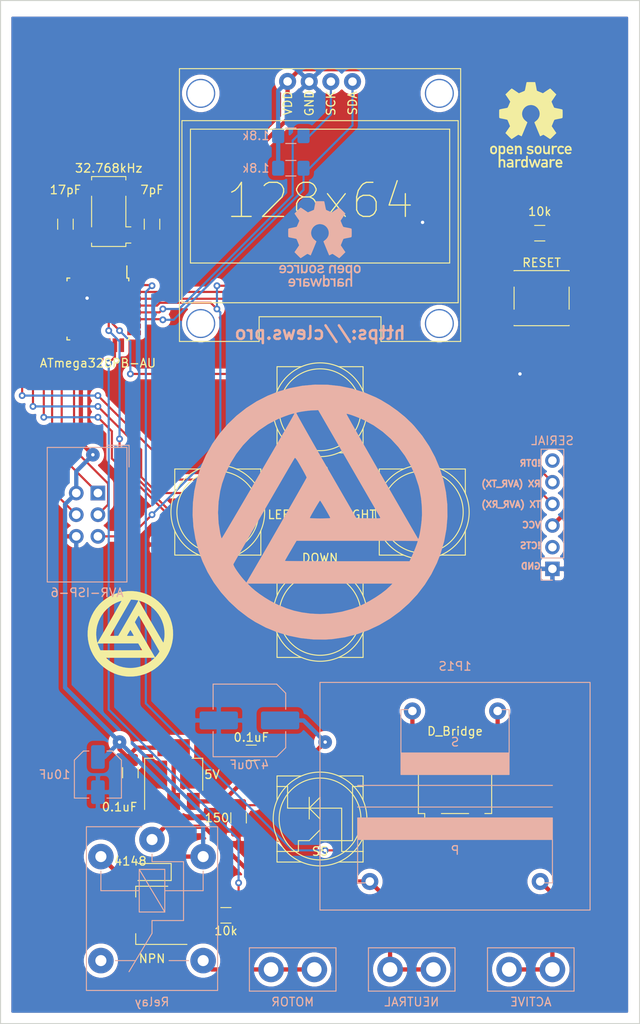
<source format=kicad_pcb>
(kicad_pcb (version 20171130) (host pcbnew 5.1.5+dfsg1-2build2)
  (layers (0 F.Cu signal) (31 B.Cu signal) (34 B.Paste user) (35 F.Paste user) (36 B.SilkS user) (37 F.SilkS user) (38 B.Mask user) (39 F.Mask user) (44 Edge.Cuts user))
  (net 0 "")
  (net 1 "Net-(B1-Pad4)")
  (net 2 "Net-(B1-Pad3)")
  (net 3 GND)
  (net 4 "Net-(B1-Pad1)")
  (net 5 +5V)
  (net 6 "Net-(C5-Pad2)")
  (net 7 "Net-(C6-Pad2)")
  (net 8 "Net-(D1-Pad2)")
  (net 9 !RST)
  (net 10 MOSI)
  (net 11 SCK)
  (net 12 MISO)
  (net 13 "Net-(J2-Pad6)")
  (net 14 AVR_TX)
  (net 15 AVR_RX)
  (net 16 "Net-(J2-Pad2)")
  (net 17 "Net-(K1-Pad11)")
  (net 18 "Net-(K1-Pad12)")
  (net 19 "Net-(K1-Pad14)")
  (net 20 SDA)
  (net 21 SCL)
  (net 22 "Net-(P3-Pad1)")
  (net 23 "Net-(Q1-Pad1)")
  (net 24 "Net-(R4-Pad2)")
  (net 25 RELAY)
  (net 26 "Net-(S1-Pad1)")
  (net 27 "Net-(S2-Pad1)")
  (net 28 "Net-(S3-Pad1)")
  (net 29 "Net-(S4-Pad1)")
  (net 30 "Net-(S5-Pad1)")
  (net 31 "Net-(U1-Pad26)")
  (net 32 "Net-(U1-Pad25)")
  (net 33 "Net-(U1-Pad24)")
  (net 34 "Net-(U1-Pad22)")
  (net 35 "Net-(U1-Pad20)")
  (net 36 "Net-(U1-Pad19)")
  (net 37 "Net-(U1-Pad14)")
  (net 38 "Net-(U1-Pad13)")
  (net 39 "Net-(U1-Pad12)")
  (net 40 "Net-(U1-Pad6)")
  (net 41 "Net-(U1-Pad3)")
  (net 42 "Net-(S5-Pad3)")
  (module grinder_timer:oshw_logo_10mm (layer B.Cu) (at 37.5 -91.44 180)
    (fp_text reference G*** hide)
    (fp_text value LOGO hide)
  )
  (module grinder_timer:oshw_logo_10mm (layer F.Cu) (at 62.23 -105.41)
    (fp_text reference G*** hide)
    (fp_text value LOGO hide)
  )
  (module grinder_timer:clews_logo_10mm (layer F.Cu) (at 15.24 -45.72)
    (fp_text reference G*** hide)
    (fp_text value LOGO hide)
  )
  (module grinder_timer:clews_logo_30mm (layer B.Cu) (at 37.5 -60 180)
    (fp_text reference G*** hide)
    (fp_text value LOGO hide)
  )
  (module Package_QFP:TQFP-32_7x7mm_P0.8mm (layer F.Cu) (at 11.43 -83.82 270)
    (fp_text reference U1 hide)
    (fp_text value ATmega328PB-AU (at 6.35 0 180) (layer F.SilkS))
    (pad 32 smd rect (at -2.8 -4.25) (size 1.6 0.55) (layers F.Cu F.Paste F.Mask) (net 42 "Net-(S5-Pad3)"))
    (pad 31 smd rect (at -2 -4.25) (size 1.6 0.55) (layers F.Cu F.Paste F.Mask) (net 14 AVR_TX))
    (pad 30 smd rect (at -1.2 -4.25) (size 1.6 0.55) (layers F.Cu F.Paste F.Mask) (net 15 AVR_RX))
    (pad 29 smd rect (at -0.4 -4.25) (size 1.6 0.55) (layers F.Cu F.Paste F.Mask) (net 9 !RST))
    (pad 28 smd rect (at 0.4 -4.25) (size 1.6 0.55) (layers F.Cu F.Paste F.Mask) (net 21 SCL))
    (pad 27 smd rect (at 1.2 -4.25) (size 1.6 0.55) (layers F.Cu F.Paste F.Mask) (net 20 SDA))
    (pad 26 smd rect (at 2 -4.25) (size 1.6 0.55) (layers F.Cu F.Paste F.Mask) (net 31 "Net-(U1-Pad26)"))
    (pad 25 smd rect (at 2.8 -4.25) (size 1.6 0.55) (layers F.Cu F.Paste F.Mask) (net 32 "Net-(U1-Pad25)"))
    (pad 24 smd rect (at 4.25 -2.8 270) (size 1.6 0.55) (layers F.Cu F.Paste F.Mask) (net 33 "Net-(U1-Pad24)"))
    (pad 23 smd rect (at 4.25 -2 270) (size 1.6 0.55) (layers F.Cu F.Paste F.Mask) (net 25 RELAY))
    (pad 22 smd rect (at 4.25 -1.2 270) (size 1.6 0.55) (layers F.Cu F.Paste F.Mask) (net 34 "Net-(U1-Pad22)"))
    (pad 21 smd rect (at 4.25 -0.4 270) (size 1.6 0.55) (layers F.Cu F.Paste F.Mask) (net 3 GND))
    (pad 20 smd rect (at 4.25 0.4 270) (size 1.6 0.55) (layers F.Cu F.Paste F.Mask) (net 35 "Net-(U1-Pad20)"))
    (pad 19 smd rect (at 4.25 1.2 270) (size 1.6 0.55) (layers F.Cu F.Paste F.Mask) (net 36 "Net-(U1-Pad19)"))
    (pad 18 smd rect (at 4.25 2 270) (size 1.6 0.55) (layers F.Cu F.Paste F.Mask) (net 5 +5V))
    (pad 17 smd rect (at 4.25 2.8 270) (size 1.6 0.55) (layers F.Cu F.Paste F.Mask) (net 11 SCK))
    (pad 16 smd rect (at 2.8 4.25) (size 1.6 0.55) (layers F.Cu F.Paste F.Mask) (net 12 MISO))
    (pad 15 smd rect (at 2 4.25) (size 1.6 0.55) (layers F.Cu F.Paste F.Mask) (net 10 MOSI))
    (pad 14 smd rect (at 1.2 4.25) (size 1.6 0.55) (layers F.Cu F.Paste F.Mask) (net 37 "Net-(U1-Pad14)"))
    (pad 13 smd rect (at 0.4 4.25) (size 1.6 0.55) (layers F.Cu F.Paste F.Mask) (net 38 "Net-(U1-Pad13)"))
    (pad 12 smd rect (at -0.4 4.25) (size 1.6 0.55) (layers F.Cu F.Paste F.Mask) (net 39 "Net-(U1-Pad12)"))
    (pad 11 smd rect (at -1.2 4.25) (size 1.6 0.55) (layers F.Cu F.Paste F.Mask) (net 30 "Net-(S5-Pad1)"))
    (pad 10 smd rect (at -2 4.25) (size 1.6 0.55) (layers F.Cu F.Paste F.Mask) (net 29 "Net-(S4-Pad1)"))
    (pad 9 smd rect (at -2.8 4.25) (size 1.6 0.55) (layers F.Cu F.Paste F.Mask) (net 28 "Net-(S3-Pad1)"))
    (pad 8 smd rect (at -4.25 2.8 270) (size 1.6 0.55) (layers F.Cu F.Paste F.Mask) (net 7 "Net-(C6-Pad2)"))
    (pad 7 smd rect (at -4.25 2 270) (size 1.6 0.55) (layers F.Cu F.Paste F.Mask) (net 6 "Net-(C5-Pad2)"))
    (pad 6 smd rect (at -4.25 1.2 270) (size 1.6 0.55) (layers F.Cu F.Paste F.Mask) (net 40 "Net-(U1-Pad6)"))
    (pad 5 smd rect (at -4.25 0.4 270) (size 1.6 0.55) (layers F.Cu F.Paste F.Mask) (net 3 GND))
    (pad 4 smd rect (at -4.25 -0.4 270) (size 1.6 0.55) (layers F.Cu F.Paste F.Mask) (net 5 +5V))
    (pad 3 smd rect (at -4.25 -1.2 270) (size 1.6 0.55) (layers F.Cu F.Paste F.Mask) (net 41 "Net-(U1-Pad3)"))
    (pad 2 smd rect (at -4.25 -2 270) (size 1.6 0.55) (layers F.Cu F.Paste F.Mask) (net 27 "Net-(S2-Pad1)"))
    (pad 1 smd rect (at -4.25 -2.8 270) (size 1.6 0.55) (layers F.Cu F.Paste F.Mask) (net 26 "Net-(S1-Pad1)"))
  )
  (module Connector_PinHeader_2.54mm:PinHeader_1x06_P2.54mm_Vertical (layer B.Cu) (at 64.77 -53.34)
    (fp_text reference J2 hide)
    (fp_text value SERIAL (at 0 -15.03) (layer B.SilkS) (effects (justify mirror)))
    (pad 6 thru_hole oval (at 0 -12.7) (size 1.7 1.7) (drill 1) (layers *.Cu *.Mask) (net 13 "Net-(J2-Pad6)"))
    (pad 5 thru_hole oval (at 0 -10.16) (size 1.7 1.7) (drill 1) (layers *.Cu *.Mask) (net 14 AVR_TX))
    (pad 4 thru_hole oval (at 0 -7.62) (size 1.7 1.7) (drill 1) (layers *.Cu *.Mask) (net 15 AVR_RX))
    (pad 3 thru_hole oval (at 0 -5.08) (size 1.7 1.7) (drill 1) (layers *.Cu *.Mask) (net 5 +5V))
    (pad 2 thru_hole oval (at 0 -2.54) (size 1.7 1.7) (drill 1) (layers *.Cu *.Mask) (net 16 "Net-(J2-Pad2)"))
    (pad 1 thru_hole rect (at 0 0) (size 1.7 1.7) (drill 1) (layers *.Cu *.Mask) (net 3 GND))
  )
  (module grinder_timer:transformer_big (layer B.Cu) (at 53.34 -26.67)
    (fp_text reference T1 hide)
    (fp_text value 1P1S (at 0 -15.24) (layer B.SilkS) (effects (justify mirror)))
    (fp_text user S (at 0 -6.35) (layer B.SilkS) (effects (justify mirror)))
    (fp_text user P (at 0 6.35) (layer B.SilkS) (effects (justify mirror)))
    (pad 4 thru_hole circle (at 5 -10) (size 2 2) (drill 1) (layers *.Cu *.Mask) (net 2 "Net-(B1-Pad3)"))
    (pad 3 thru_hole circle (at -5 -10) (size 2 2) (drill 1) (layers *.Cu *.Mask) (net 1 "Net-(B1-Pad4)"))
    (pad 2 thru_hole circle (at 10 10) (size 2 2) (drill 1) (layers *.Cu *.Mask) (net 22 "Net-(P3-Pad1)"))
    (pad 1 thru_hole circle (at -10 10) (size 2 2) (drill 1) (layers *.Cu *.Mask) (net 17 "Net-(K1-Pad11)"))
  )
  (module Relay_THT:Relay_SPDT_Finder_36.11 (layer B.Cu) (at 17.78 -21.59 270)
    (fp_text reference K1 hide)
    (fp_text value Relay (at 19.05 0) (layer B.SilkS) (effects (justify mirror)))
    (pad 11 thru_hole circle (at 0 0 270) (size 3 3) (drill 1.3) (layers *.Cu *.Mask) (net 17 "Net-(K1-Pad11)"))
    (pad A2 thru_hole circle (at 2 6 270) (size 3 3) (drill 1.3) (layers *.Cu *.Mask) (net 8 "Net-(D1-Pad2)"))
    (pad 12 thru_hole circle (at 14.2 6 270) (size 3 3) (drill 1.3) (layers *.Cu *.Mask) (net 18 "Net-(K1-Pad12)"))
    (pad 14 thru_hole circle (at 14.2 -6 270) (size 3 3) (drill 1.3) (layers *.Cu *.Mask) (net 19 "Net-(K1-Pad14)"))
    (pad A1 thru_hole circle (at 2 -6 270) (size 3 3) (drill 1.3) (layers *.Cu *.Mask) (net 5 +5V))
  )
  (module Diode_SMD:Diode_Bridge_Vishay_DFS (layer F.Cu) (at 53.34 -27.94 90)
    (fp_text reference B1 hide)
    (fp_text value D_Bridge (at 6.35 0 180) (layer F.SilkS))
    (pad 4 smd rect (at 4.37 -2.55 90) (size 2 1.5) (layers F.Cu F.Paste F.Mask) (net 1 "Net-(B1-Pad4)"))
    (pad 3 smd rect (at 4.37 2.55 90) (size 2 1.5) (layers F.Cu F.Paste F.Mask) (net 2 "Net-(B1-Pad3)"))
    (pad 2 smd rect (at -4.37 2.55 90) (size 2 1.5) (layers F.Cu F.Paste F.Mask) (net 3 GND))
    (pad 1 smd rect (at -4.37 -2.55 90) (size 2 1.5) (layers F.Cu F.Paste F.Mask) (net 4 "Net-(B1-Pad1)"))
  )
  (module Crystal:Crystal_SMD_Abracon_ABS25-4Pin_8.0x3.8mm (layer F.Cu) (at 12.7 -95.25 180)
    (fp_text reference Y1 hide)
    (fp_text value 32.768kHz (at 0 5.08) (layer F.SilkS))
    (pad 4 smd rect (at 1.6 -2.75 90) (size 1.3 1.9) (layers F.Cu F.Paste F.Mask) (net 7 "Net-(C6-Pad2)"))
    (pad 3 smd rect (at 1.6 2.75 90) (size 1.3 1.9) (layers F.Cu F.Paste F.Mask) (net 3 GND))
    (pad 2 smd rect (at -1.6 2.75 90) (size 1.3 1.9) (layers F.Cu F.Paste F.Mask) (net 3 GND))
    (pad 1 smd rect (at -1.6 -2.75 90) (size 1.3 1.9) (layers F.Cu F.Paste F.Mask) (net 6 "Net-(C5-Pad2)"))
  )
  (module Package_TO_SOT_SMD:SOT-223-3_TabPin2 (layer F.Cu) (at 20.32 -29.21 90)
    (fp_text reference U2 hide)
    (fp_text value 5V (at 0 4.5 180) (layer F.SilkS))
    (pad 1 smd rect (at -3.15 -2.3 90) (size 2 1.5) (layers F.Cu F.Paste F.Mask) (net 3 GND))
    (pad 3 smd rect (at -3.15 2.3 90) (size 2 1.5) (layers F.Cu F.Paste F.Mask) (net 4 "Net-(B1-Pad1)"))
    (pad 2 smd rect (at -3.15 0 90) (size 2 1.5) (layers F.Cu F.Paste F.Mask) (net 5 +5V))
    (pad 2 smd rect (at 3.15 0 90) (size 2 3.8) (layers F.Cu F.Paste F.Mask) (net 5 +5V))
  )
  (module grinder_timer:tact (layer F.Cu) (at 49.5 -60)
    (fp_text reference S4 hide)
    (fp_text value RIGHT (at -7.59 0.31) (layer F.SilkS))
    (pad 1 smd rect (at 6.25 -3.81) (size 2.5 1.2) (layers F.Cu F.Paste F.Mask) (net 29 "Net-(S4-Pad1)"))
    (pad 1 smd rect (at -6.25 -3.81) (size 2.5 1.2) (layers F.Cu F.Paste F.Mask) (net 29 "Net-(S4-Pad1)"))
    (pad 2 smd rect (at 6.25 3.81) (size 2.5 1.2) (layers F.Cu F.Paste F.Mask) (net 3 GND))
    (pad 2 smd rect (at -6.25 3.81) (size 2.5 1.2) (layers F.Cu F.Paste F.Mask) (net 3 GND))
  )
  (module grinder_timer:tact (layer F.Cu) (at 25.5 -60)
    (fp_text reference S3 hide)
    (fp_text value LEFT (at 7.52 0.31) (layer F.SilkS))
    (pad 2 smd rect (at -6.25 3.81) (size 2.5 1.2) (layers F.Cu F.Paste F.Mask) (net 3 GND))
    (pad 2 smd rect (at 6.25 3.81) (size 2.5 1.2) (layers F.Cu F.Paste F.Mask) (net 3 GND))
    (pad 1 smd rect (at -6.25 -3.81) (size 2.5 1.2) (layers F.Cu F.Paste F.Mask) (net 28 "Net-(S3-Pad1)"))
    (pad 1 smd rect (at 6.25 -3.81) (size 2.5 1.2) (layers F.Cu F.Paste F.Mask) (net 28 "Net-(S3-Pad1)"))
  )
  (module grinder_timer:tact (layer F.Cu) (at 37.5 -48)
    (fp_text reference S2 hide)
    (fp_text value DOWN (at 0 -6.61) (layer F.SilkS))
    (pad 1 smd rect (at 6.25 -3.81) (size 2.5 1.2) (layers F.Cu F.Paste F.Mask) (net 27 "Net-(S2-Pad1)"))
    (pad 1 smd rect (at -6.25 -3.81) (size 2.5 1.2) (layers F.Cu F.Paste F.Mask) (net 27 "Net-(S2-Pad1)"))
    (pad 2 smd rect (at 6.25 3.81) (size 2.5 1.2) (layers F.Cu F.Paste F.Mask) (net 3 GND))
    (pad 2 smd rect (at -6.25 3.81) (size 2.5 1.2) (layers F.Cu F.Paste F.Mask) (net 3 GND))
  )
  (module grinder_timer:tact (layer F.Cu) (at 37.5 -72)
    (fp_text reference S1 hide)
    (fp_text value UP (at 0 7.23) (layer F.SilkS))
    (pad 1 smd rect (at 6.25 -3.81) (size 2.5 1.2) (layers F.Cu F.Paste F.Mask) (net 26 "Net-(S1-Pad1)"))
    (pad 1 smd rect (at -6.25 -3.81) (size 2.5 1.2) (layers F.Cu F.Paste F.Mask) (net 26 "Net-(S1-Pad1)"))
    (pad 2 smd rect (at 6.25 3.81) (size 2.5 1.2) (layers F.Cu F.Paste F.Mask) (net 3 GND))
    (pad 2 smd rect (at -6.25 3.81) (size 2.5 1.2) (layers F.Cu F.Paste F.Mask) (net 3 GND))
  )
  (module Button_Switch_SMD:SW_Push_1P1T_NO_6x6mm_H9.5mm (layer F.Cu) (at 63.5 -85.09 180)
    (fp_text reference S0 hide)
    (fp_text value RESET (at 0 4.15) (layer F.SilkS))
    (pad 2 smd rect (at 3.975 2.25 180) (size 1.55 1.3) (layers F.Cu F.Paste F.Mask) (net 9 !RST))
    (pad 1 smd rect (at 3.975 -2.25 180) (size 1.55 1.3) (layers F.Cu F.Paste F.Mask) (net 3 GND))
    (pad 1 smd rect (at -3.975 -2.25 180) (size 1.55 1.3) (layers F.Cu F.Paste F.Mask) (net 3 GND))
    (pad 2 smd rect (at -3.975 2.25 180) (size 1.55 1.3) (layers F.Cu F.Paste F.Mask) (net 9 !RST))
  )
  (module Resistor_SMD:R_1206_3216Metric_Pad1.42x1.75mm_HandSolder (layer F.Cu) (at 26.4525 -12.7)
    (fp_text reference R5 hide)
    (fp_text value 10k (at 0 1.82) (layer F.SilkS))
    (pad 2 smd roundrect (at 1.4875 0) (size 1.425 1.75) (layers F.Cu F.Paste F.Mask) (roundrect_rratio 0.175439) (net 25 RELAY))
    (pad 1 smd roundrect (at -1.4875 0) (size 1.425 1.75) (layers F.Cu F.Paste F.Mask) (roundrect_rratio 0.175439) (net 23 "Net-(Q1-Pad1)"))
  )
  (module Resistor_SMD:R_1206_3216Metric_Pad1.42x1.75mm_HandSolder (layer F.Cu) (at 27.94 -24.13 90)
    (fp_text reference R4 hide)
    (fp_text value 150 (at 0 -2.54 180) (layer F.SilkS))
    (pad 1 smd roundrect (at -1.4875 0 90) (size 1.425 1.75) (layers F.Cu F.Paste F.Mask) (roundrect_rratio 0.175439) (net 3 GND))
    (pad 2 smd roundrect (at 1.4875 0 90) (size 1.425 1.75) (layers F.Cu F.Paste F.Mask) (roundrect_rratio 0.175439) (net 24 "Net-(R4-Pad2)"))
  )
  (module Resistor_SMD:R_1206_3216Metric_Pad1.42x1.75mm_HandSolder (layer F.Cu) (at 63.2825 -92.71)
    (fp_text reference R3 hide)
    (fp_text value 10k (at 0 -2.54) (layer F.SilkS))
    (pad 2 smd roundrect (at 1.4875 0) (size 1.425 1.75) (layers F.Cu F.Paste F.Mask) (roundrect_rratio 0.175439) (net 9 !RST))
    (pad 1 smd roundrect (at -1.4875 0) (size 1.425 1.75) (layers F.Cu F.Paste F.Mask) (roundrect_rratio 0.175439) (net 5 +5V))
  )
  (module Resistor_SMD:R_1206_3216Metric_Pad1.42x1.75mm_HandSolder (layer B.Cu) (at 34.0725 -104.14)
    (fp_text reference R2 hide)
    (fp_text value 1.8k (at -4.1005 0) (layer B.SilkS) (effects (justify mirror)))
    (pad 2 smd roundrect (at 1.4875 0) (size 1.425 1.75) (layers B.Cu B.Paste B.Mask) (roundrect_rratio 0.175439) (net 21 SCL))
    (pad 1 smd roundrect (at -1.4875 0) (size 1.425 1.75) (layers B.Cu B.Paste B.Mask) (roundrect_rratio 0.175439) (net 5 +5V))
  )
  (module Resistor_SMD:R_1206_3216Metric_Pad1.42x1.75mm_HandSolder (layer B.Cu) (at 34.0725 -100.33)
    (fp_text reference R1 hide)
    (fp_text value 1.8k (at -4.1005 0) (layer B.SilkS) (effects (justify mirror)))
    (pad 2 smd roundrect (at 1.4875 0) (size 1.425 1.75) (layers B.Cu B.Paste B.Mask) (roundrect_rratio 0.175439) (net 20 SDA))
    (pad 1 smd roundrect (at -1.4875 0) (size 1.425 1.75) (layers B.Cu B.Paste B.Mask) (roundrect_rratio 0.175439) (net 5 +5V))
  )
  (module Package_TO_SOT_SMD:SOT-223-3_TabPin2 (layer F.Cu) (at 17.78 -12.7 180)
    (fp_text reference Q1 hide)
    (fp_text value NPN (at 0 -5.08) (layer F.SilkS))
    (pad 1 smd rect (at -3.15 -2.3 180) (size 2 1.5) (layers F.Cu F.Paste F.Mask) (net 23 "Net-(Q1-Pad1)"))
    (pad 3 smd rect (at -3.15 2.3 180) (size 2 1.5) (layers F.Cu F.Paste F.Mask) (net 3 GND))
    (pad 2 smd rect (at -3.15 0 180) (size 2 1.5) (layers F.Cu F.Paste F.Mask) (net 8 "Net-(D1-Pad2)"))
    (pad 2 smd rect (at 3.15 0 180) (size 2 3.8) (layers F.Cu F.Paste F.Mask) (net 8 "Net-(D1-Pad2)"))
  )
  (module grinder_timer:pcb_tab (layer B.Cu) (at 62.23 -6.35)
    (fp_text reference P3 hide)
    (fp_text value ACTIVE (at 0 3.81) (layer B.SilkS) (effects (justify mirror)))
    (pad 1 thru_hole circle (at 2.54 0) (size 3 3) (drill 1.7) (layers *.Cu *.Mask) (net 22 "Net-(P3-Pad1)"))
    (pad 1 thru_hole circle (at -2.54 0) (size 3 3) (drill 1.7) (layers *.Cu *.Mask) (net 22 "Net-(P3-Pad1)"))
  )
  (module grinder_timer:pcb_tab (layer B.Cu) (at 48.26 -6.35)
    (fp_text reference P2 hide)
    (fp_text value NEUTRAL (at 0 3.81) (layer B.SilkS) (effects (justify mirror)))
    (pad 1 thru_hole circle (at 2.54 0) (size 3 3) (drill 1.7) (layers *.Cu *.Mask) (net 17 "Net-(K1-Pad11)"))
    (pad 1 thru_hole circle (at -2.54 0) (size 3 3) (drill 1.7) (layers *.Cu *.Mask) (net 17 "Net-(K1-Pad11)"))
  )
  (module grinder_timer:pcb_tab (layer B.Cu) (at 34.29 -6.35)
    (fp_text reference P1 hide)
    (fp_text value MOTOR (at 0 3.81) (layer B.SilkS) (effects (justify mirror)))
    (pad 1 thru_hole circle (at -2.54 0) (size 3 3) (drill 1.7) (layers *.Cu *.Mask) (net 19 "Net-(K1-Pad14)"))
    (pad 1 thru_hole circle (at 2.54 0) (size 3 3) (drill 1.7) (layers *.Cu *.Mask) (net 19 "Net-(K1-Pad14)"))
  )
  (module grinder_timer:oled (layer F.Cu) (at 21 -80.01)
    (fp_text reference O1 hide)
    (fp_text value OLED)
    (fp_text user 128x64 (at 16.51 -16.51) (layer F.SilkS) (effects (font (size 4 4))))
    (fp_text user SDA (at 20.32 -27.94 90) (layer F.SilkS))
    (fp_text user SCK (at 17.78 -27.94 90) (layer F.SilkS))
    (fp_text user GND (at 15.24 -27.94 90) (layer F.SilkS))
    (fp_text user VDD (at 12.7 -27.94 90) (layer F.SilkS))
    (pad 4 thru_hole circle (at 20.31 -30.48) (size 2 2) (drill 1) (layers *.Cu *.Mask) (net 20 SDA))
    (pad 3 thru_hole circle (at 17.77 -30.48) (size 2 2) (drill 1) (layers *.Cu *.Mask) (net 21 SCL))
    (pad 2 thru_hole circle (at 15.23 -30.48) (size 2 2) (drill 1) (layers *.Cu *.Mask) (net 3 GND))
    (pad 1 thru_hole circle (at 12.69 -30.5) (size 2 2) (drill 1) (layers *.Cu *.Mask) (net 5 +5V))
    (pad "" thru_hole circle (at 2.5 -29.1) (size 3.4 3.4) (drill 3.1) (layers *.Cu *.Mask))
    (pad "" thru_hole circle (at 30.5 -29.1) (size 3.4 3.4) (drill 3.1) (layers *.Cu *.Mask))
    (pad "" thru_hole circle (at 30.5 -2.1) (size 3.4 3.4) (drill 3.1) (layers *.Cu *.Mask))
    (pad "" thru_hole circle (at 2.5 -2.1) (size 3.4 3.4) (drill 3.1) (layers *.Cu *.Mask))
  )
  (module Connector_IDC:IDC-Header_2x03_P2.54mm_Vertical (layer B.Cu) (at 11.43 -62.23 180)
    (fp_text reference J1 hide)
    (fp_text value AVR-ISP-6 (at 1.27 -11.684) (layer B.SilkS) (effects (justify mirror)))
    (pad 6 thru_hole oval (at 2.54 -5.08 180) (size 1.7272 1.7272) (drill 1.016) (layers *.Cu *.Mask) (net 3 GND))
    (pad 5 thru_hole oval (at 0 -5.08 180) (size 1.7272 1.7272) (drill 1.016) (layers *.Cu *.Mask) (net 9 !RST))
    (pad 4 thru_hole oval (at 2.54 -2.54 180) (size 1.7272 1.7272) (drill 1.016) (layers *.Cu *.Mask) (net 10 MOSI))
    (pad 3 thru_hole oval (at 0 -2.54 180) (size 1.7272 1.7272) (drill 1.016) (layers *.Cu *.Mask) (net 11 SCK))
    (pad 2 thru_hole oval (at 2.54 0 180) (size 1.7272 1.7272) (drill 1.016) (layers *.Cu *.Mask) (net 5 +5V))
    (pad 1 thru_hole rect (at 0 0 180) (size 1.7272 1.7272) (drill 1.016) (layers *.Cu *.Mask) (net 12 MISO))
  )
  (module Diode_SMD:D_SOD-123 (layer F.Cu) (at 17.78 -17.78 180)
    (fp_text reference D1 hide)
    (fp_text value 4148 (at 2.54 1.27) (layer F.SilkS))
    (pad 2 smd rect (at 1.65 0 180) (size 0.9 1.2) (layers F.Cu F.Paste F.Mask) (net 8 "Net-(D1-Pad2)"))
    (pad 1 smd rect (at -1.65 0 180) (size 0.9 1.2) (layers F.Cu F.Paste F.Mask) (net 5 +5V))
  )
  (module Capacitor_SMD:C_1206_3216Metric_Pad1.42x1.75mm_HandSolder (layer F.Cu) (at 7.62 -93.7625 270)
    (fp_text reference C6 hide)
    (fp_text value 17pF (at -4.0275 0 180) (layer F.SilkS))
    (pad 2 smd roundrect (at 1.4875 0 270) (size 1.425 1.75) (layers F.Cu F.Paste F.Mask) (roundrect_rratio 0.175439) (net 7 "Net-(C6-Pad2)"))
    (pad 1 smd roundrect (at -1.4875 0 270) (size 1.425 1.75) (layers F.Cu F.Paste F.Mask) (roundrect_rratio 0.175439) (net 3 GND))
  )
  (module Capacitor_SMD:C_1206_3216Metric_Pad1.42x1.75mm_HandSolder (layer F.Cu) (at 17.78 -93.7625 270)
    (fp_text reference C5 hide)
    (fp_text value 7pF (at -4.0275 0 180) (layer F.SilkS))
    (pad 2 smd roundrect (at 1.4875 0 270) (size 1.425 1.75) (layers F.Cu F.Paste F.Mask) (roundrect_rratio 0.175439) (net 6 "Net-(C5-Pad2)"))
    (pad 1 smd roundrect (at -1.4875 0 270) (size 1.425 1.75) (layers F.Cu F.Paste F.Mask) (roundrect_rratio 0.175439) (net 3 GND))
  )
  (module Capacitor_SMD:C_Elec_5x5.4 (layer B.Cu) (at 11.43 -29.21 270)
    (fp_text reference C4 hide)
    (fp_text value 10uF (at 0 5.08 180) (layer B.SilkS) (effects (justify mirror)))
    (pad 2 smd roundrect (at 2.0625 0 270) (size 2.775 1.6) (layers B.Cu B.Paste B.Mask) (roundrect_rratio 0.15625) (net 3 GND))
    (pad 1 smd roundrect (at -2.0625 0 270) (size 2.775 1.6) (layers B.Cu B.Paste B.Mask) (roundrect_rratio 0.15625) (net 5 +5V))
  )
  (module Capacitor_SMD:C_1206_3216Metric_Pad1.42x1.75mm_HandSolder (layer F.Cu) (at 15.24 -29.4275 270)
    (fp_text reference C3 hide)
    (fp_text value 0.1uF (at 4.0275 1.27 180) (layer F.SilkS))
    (pad 2 smd roundrect (at 1.4875 0 270) (size 1.425 1.75) (layers F.Cu F.Paste F.Mask) (roundrect_rratio 0.175439) (net 3 GND))
    (pad 1 smd roundrect (at -1.4875 0 270) (size 1.425 1.75) (layers F.Cu F.Paste F.Mask) (roundrect_rratio 0.175439) (net 5 +5V))
  )
  (module Capacitor_SMD:C_1206_3216Metric_Pad1.42x1.75mm_HandSolder (layer F.Cu) (at 29.4275 -31.75 180)
    (fp_text reference C2 hide)
    (fp_text value 0.1uF (at 0 1.82) (layer F.SilkS))
    (pad 1 smd roundrect (at -1.4875 0 180) (size 1.425 1.75) (layers F.Cu F.Paste F.Mask) (roundrect_rratio 0.175439) (net 4 "Net-(B1-Pad1)"))
    (pad 2 smd roundrect (at 1.4875 0 180) (size 1.425 1.75) (layers F.Cu F.Paste F.Mask) (roundrect_rratio 0.175439) (net 3 GND))
  )
  (module Capacitor_SMD:C_Elec_8x10.2 (layer B.Cu) (at 29.21 -35.56 180)
    (fp_text reference C1 hide)
    (fp_text value 470uF (at 0 -5.2) (layer B.SilkS) (effects (justify mirror)))
    (pad 2 smd roundrect (at 3.6 0 180) (size 4.5 2.1) (layers B.Cu B.Paste B.Mask) (roundrect_rratio 0.119048) (net 3 GND))
    (pad 1 smd roundrect (at -3.6 0 180) (size 4.5 2.1) (layers B.Cu B.Paste B.Mask) (roundrect_rratio 0.119048) (net 4 "Net-(B1-Pad1)"))
  )
  (module grinder_timer:tact_led (layer F.Cu) (at 37.5 -24)
    (fp_text reference S5 (at 0 3.81) (layer F.SilkS))
    (fp_text value GRIND)
    (pad 4 smd rect (at -6.25 3.81) (size 2.5 1.2) (layers F.Cu F.Paste F.Mask) (net 3 GND))
    (pad 3 smd rect (at 6.25 3.81) (size 2.5 1.2) (layers F.Cu F.Paste F.Mask) (net 42 "Net-(S5-Pad3)"))
    (pad 2 smd rect (at -6.25 -3.81) (size 2.5 1.2) (layers F.Cu F.Paste F.Mask) (net 24 "Net-(R4-Pad2)"))
    (pad 1 smd rect (at 6.25 -3.81) (size 2.5 1.2) (layers F.Cu F.Paste F.Mask) (net 30 "Net-(S5-Pad1)"))
  )
  (gr_text https://clews.pro (at 37.5 -81) (layer B.SilkS) (effects (font (size 1.5 1.5) (thickness 0.3)) (justify mirror)))
  (gr_text "!DTR\n\nRX (AVR_TX)\n\nTX (AVR_RX)\n\nVCC\n\n!CTS\n\nGND" (at 63.5 -59.69) (layer B.SilkS) (effects (font (size 0.75 0.75) (thickness 0.1875)) (justify left mirror)))
  (gr_line (start 0 -120) (end 0 0) (layer Edge.Cuts) (width 0.12))
  (gr_line (start 75 -120) (end 0 -120) (layer Edge.Cuts) (width 0.12))
  (gr_line (start 75 0) (end 75 -120) (layer Edge.Cuts) (width 0.12))
  (gr_line (start 0 0) (end 75 0) (layer Edge.Cuts) (width 0.12))
  (segment (start 49.54 -32.31) (end 50.79 -32.31) (width 0.5) (layer F.Cu) (net 1))
  (segment (start 48.34 -33.51) (end 49.54 -32.31) (width 0.5) (layer F.Cu) (net 1))
  (segment (start 48.34 -36.67) (end 48.34 -33.51) (width 0.5) (layer F.Cu) (net 1))
  (segment (start 57.14 -32.31) (end 55.89 -32.31) (width 0.5) (layer F.Cu) (net 2))
  (segment (start 58.34 -33.51) (end 57.14 -32.31) (width 0.5) (layer F.Cu) (net 2))
  (segment (start 58.34 -36.67) (end 58.34 -33.51) (width 0.5) (layer F.Cu) (net 2))
  (via (at 10.16 -85.09) (size 1.6) (drill 0.4) (layers F.Cu B.Cu) (net 3))
  (segment (start 11.03 -85.96) (end 10.16 -85.09) (width 0.5) (layer F.Cu) (net 3))
  (segment (start 11.03 -88.07) (end 11.03 -85.96) (width 0.5) (layer F.Cu) (net 3))
  (segment (start 11.83 -79.57) (end 11.83 -77.87) (width 0.5) (layer F.Cu) (net 3))
  (via (at 60.96 -76.2) (size 1.6) (drill 0.4) (layers F.Cu B.Cu) (net 3))
  (via (at 49.53 -93.98) (size 1.6) (drill 0.4) (layers F.Cu B.Cu) (net 3))
  (via (at 38.1 -33.02) (size 1.6) (drill 0.4) (layers F.Cu B.Cu) (net 4))
  (segment (start 35.56 -35.56) (end 32.81 -35.56) (width 0.5) (layer B.Cu) (net 4))
  (segment (start 38.1 -33.02) (end 35.56 -35.56) (width 0.5) (layer B.Cu) (net 4))
  (segment (start 36.83 -31.75) (end 38.1 -33.02) (width 0.5) (layer F.Cu) (net 4))
  (segment (start 30.915 -31.75) (end 36.83 -31.75) (width 0.5) (layer F.Cu) (net 4))
  (segment (start 45.01 -23.57) (end 36.83 -31.75) (width 0.5) (layer F.Cu) (net 4))
  (segment (start 50.79 -23.57) (end 45.01 -23.57) (width 0.5) (layer F.Cu) (net 4))
  (segment (start 30.915 -30.875) (end 30.915 -31.75) (width 0.5) (layer F.Cu) (net 4))
  (segment (start 26.1 -26.06) (end 30.915 -30.875) (width 0.5) (layer F.Cu) (net 4))
  (segment (start 22.62 -26.06) (end 26.1 -26.06) (width 0.5) (layer F.Cu) (net 4))
  (segment (start 15.24 -31.6275) (end 15.24 -30.915) (width 0.5) (layer F.Cu) (net 5))
  (segment (start 15.9725 -32.36) (end 15.24 -31.6275) (width 0.5) (layer F.Cu) (net 5))
  (segment (start 20.32 -32.36) (end 15.9725 -32.36) (width 0.5) (layer F.Cu) (net 5))
  (via (at 13.97 -33.02) (size 1.6) (drill 0.4) (layers F.Cu B.Cu) (net 5))
  (segment (start 12.2225 -31.2725) (end 13.97 -33.02) (width 0.5) (layer B.Cu) (net 5))
  (segment (start 11.43 -31.2725) (end 12.2225 -31.2725) (width 0.5) (layer B.Cu) (net 5))
  (segment (start 13.97 -32.185) (end 15.24 -30.915) (width 0.5) (layer F.Cu) (net 5))
  (segment (start 13.97 -33.02) (end 13.97 -32.185) (width 0.5) (layer F.Cu) (net 5))
  (segment (start 23.78 -23.21) (end 13.97 -33.02) (width 0.5) (layer B.Cu) (net 5))
  (segment (start 23.78 -19.59) (end 23.78 -23.21) (width 0.5) (layer B.Cu) (net 5))
  (segment (start 20.32 -27.56) (end 20.32 -32.36) (width 0.5) (layer F.Cu) (net 5))
  (segment (start 20.32 -26.06) (end 20.32 -27.56) (width 0.5) (layer F.Cu) (net 5))
  (segment (start 21.65868 -19.59) (end 23.78 -19.59) (width 0.5) (layer F.Cu) (net 5))
  (segment (start 20.14 -19.59) (end 21.65868 -19.59) (width 0.5) (layer F.Cu) (net 5))
  (segment (start 19.43 -18.88) (end 20.14 -19.59) (width 0.5) (layer F.Cu) (net 5))
  (segment (start 19.43 -17.78) (end 19.43 -18.88) (width 0.5) (layer F.Cu) (net 5))
  (segment (start 11.83 -86.77) (end 11.83 -88.07) (width 0.5) (layer F.Cu) (net 5))
  (segment (start 11.83 -83.27) (end 11.83 -86.77) (width 0.5) (layer F.Cu) (net 5))
  (segment (start 9.43 -80.87) (end 11.83 -83.27) (width 0.5) (layer F.Cu) (net 5))
  (segment (start 9.43 -79.57) (end 9.43 -80.87) (width 0.5) (layer F.Cu) (net 5))
  (segment (start 11.83 -89.37) (end 11.83 -88.07) (width 0.5) (layer F.Cu) (net 5))
  (segment (start 12.63 -90.17) (end 11.83 -89.37) (width 0.5) (layer F.Cu) (net 5))
  (segment (start 17.752466 -90.17) (end 12.63 -90.17) (width 0.5) (layer F.Cu) (net 5))
  (segment (start 33.69 -106.107534) (end 17.752466 -90.17) (width 0.5) (layer F.Cu) (net 5))
  (segment (start 33.69 -110.51) (end 33.69 -106.107534) (width 0.5) (layer F.Cu) (net 5))
  (segment (start 32.585 -100.33) (end 32.585 -104.14) (width 0.5) (layer B.Cu) (net 5))
  (segment (start 32.585 -109.405) (end 33.69 -110.51) (width 0.5) (layer B.Cu) (net 5))
  (segment (start 32.585 -104.14) (end 32.585 -109.405) (width 0.5) (layer B.Cu) (net 5))
  (segment (start 43.439999 -111.940001) (end 61.795 -93.585) (width 0.5) (layer F.Cu) (net 5))
  (segment (start 35.120001 -111.940001) (end 43.439999 -111.940001) (width 0.5) (layer F.Cu) (net 5))
  (segment (start 33.69 -110.51) (end 35.120001 -111.940001) (width 0.5) (layer F.Cu) (net 5))
  (segment (start 13.170001 -33.819999) (end 13.97 -33.02) (width 0.5) (layer B.Cu) (net 5))
  (segment (start 7.576399 -39.413601) (end 13.170001 -33.819999) (width 0.5) (layer B.Cu) (net 5))
  (segment (start 7.576399 -60.916399) (end 7.576399 -39.413601) (width 0.5) (layer B.Cu) (net 5))
  (segment (start 8.89 -62.23) (end 7.576399 -60.916399) (width 0.5) (layer B.Cu) (net 5))
  (via (at 10.841597 -66.721597) (size 1.6) (drill 0.4) (layers F.Cu B.Cu) (net 5))
  (segment (start 8.89 -64.77) (end 10.841597 -66.721597) (width 0.5) (layer B.Cu) (net 5))
  (segment (start 8.89 -62.23) (end 8.89 -64.77) (width 0.5) (layer B.Cu) (net 5))
  (segment (start 9.43 -68.133194) (end 9.43 -79.57) (width 0.5) (layer F.Cu) (net 5))
  (segment (start 10.841597 -66.721597) (end 9.43 -68.133194) (width 0.5) (layer F.Cu) (net 5))
  (segment (start 65.619999 -59.269999) (end 64.77 -58.42) (width 0.5) (layer F.Cu) (net 5))
  (segment (start 68.700001 -90.857465) (end 68.700001 -62.350001) (width 0.5) (layer F.Cu) (net 5))
  (segment (start 65.522456 -94.03501) (end 68.700001 -90.857465) (width 0.5) (layer F.Cu) (net 5))
  (segment (start 61.795 -93.585) (end 62.24501 -94.03501) (width 0.5) (layer F.Cu) (net 5))
  (segment (start 68.700001 -62.350001) (end 65.619999 -59.269999) (width 0.5) (layer F.Cu) (net 5))
  (segment (start 62.24501 -94.03501) (end 65.522456 -94.03501) (width 0.5) (layer F.Cu) (net 5))
  (segment (start 61.795 -92.71) (end 61.795 -93.585) (width 0.5) (layer F.Cu) (net 5))
  (segment (start 14.3 -91.6) (end 14.14 -91.44) (width 0.25) (layer F.Cu) (net 6))
  (segment (start 14.3 -92.5) (end 14.3 -91.6) (width 0.25) (layer F.Cu) (net 6))
  (segment (start 14.14 -91.44) (end 10.16 -91.44) (width 0.25) (layer F.Cu) (net 6))
  (segment (start 9.43 -90.71) (end 9.43 -88.07) (width 0.25) (layer F.Cu) (net 6))
  (segment (start 10.16 -91.44) (end 9.43 -90.71) (width 0.25) (layer F.Cu) (net 6))
  (segment (start 17.555 -92.5) (end 17.78 -92.275) (width 0.25) (layer F.Cu) (net 6))
  (segment (start 14.3 -92.5) (end 17.555 -92.5) (width 0.25) (layer F.Cu) (net 6))
  (segment (start 8.495 -92.275) (end 7.62 -92.275) (width 0.25) (layer F.Cu) (net 7))
  (segment (start 8.63 -92.14) (end 8.495 -92.275) (width 0.25) (layer F.Cu) (net 7))
  (segment (start 8.63 -88.07) (end 8.63 -92.14) (width 0.25) (layer F.Cu) (net 7))
  (segment (start 7.845 -92.5) (end 7.62 -92.275) (width 0.25) (layer F.Cu) (net 7))
  (segment (start 11.1 -92.5) (end 7.845 -92.5) (width 0.25) (layer F.Cu) (net 7))
  (segment (start 14.63 -16.74) (end 11.78 -19.59) (width 0.5) (layer F.Cu) (net 8))
  (segment (start 14.63 -12.7) (end 14.63 -16.74) (width 0.5) (layer F.Cu) (net 8))
  (segment (start 15.18 -17.78) (end 16.13 -17.78) (width 0.5) (layer F.Cu) (net 8))
  (segment (start 14.63 -17.23) (end 15.18 -17.78) (width 0.5) (layer F.Cu) (net 8))
  (segment (start 14.63 -12.7) (end 14.63 -17.23) (width 0.5) (layer F.Cu) (net 8))
  (segment (start 14.63 -12.7) (end 20.93 -12.7) (width 0.5) (layer F.Cu) (net 8))
  (segment (start 59.525 -87.34) (end 67.475 -87.34) (width 0.25) (layer F.Cu) (net 9))
  (via (at 25.4 -83.82) (size 0.8) (drill 0.4) (layers F.Cu B.Cu) (net 9))
  (segment (start 24.674999 -84.545001) (end 25.4 -83.82) (width 0.25) (layer F.Cu) (net 9))
  (segment (start 18.701999 -84.545001) (end 24.674999 -84.545001) (width 0.25) (layer F.Cu) (net 9))
  (segment (start 18.376998 -84.22) (end 18.701999 -84.545001) (width 0.25) (layer F.Cu) (net 9))
  (segment (start 15.68 -84.22) (end 18.376998 -84.22) (width 0.25) (layer F.Cu) (net 9))
  (via (at 25.4 -86.545) (size 0.8) (drill 0.4) (layers F.Cu B.Cu) (net 9))
  (segment (start 25.4 -83.82) (end 25.4 -86.545) (width 0.25) (layer B.Cu) (net 9))
  (segment (start 58.73 -86.545) (end 59.525 -87.34) (width 0.25) (layer F.Cu) (net 9))
  (segment (start 25.4 -86.545) (end 58.73 -86.545) (width 0.25) (layer F.Cu) (net 9))
  (segment (start 66.45 -87.34) (end 67.475 -87.34) (width 0.25) (layer F.Cu) (net 9))
  (segment (start 64.77 -89.02) (end 66.45 -87.34) (width 0.25) (layer F.Cu) (net 9))
  (segment (start 64.77 -92.71) (end 64.77 -89.02) (width 0.25) (layer F.Cu) (net 9))
  (via (at 17.78 -59.69) (size 0.8) (drill 0.4) (layers F.Cu B.Cu) (net 9))
  (segment (start 15.24 -57.15) (end 17.78 -59.69) (width 0.25) (layer F.Cu) (net 9))
  (segment (start 11.43 -57.15) (end 15.24 -57.15) (width 0.25) (layer F.Cu) (net 9))
  (segment (start 25.799999 -67.709999) (end 25.799999 -83.420001) (width 0.25) (layer B.Cu) (net 9))
  (segment (start 17.78 -59.69) (end 25.799999 -67.709999) (width 0.25) (layer B.Cu) (net 9))
  (segment (start 25.799999 -83.420001) (end 25.4 -83.82) (width 0.25) (layer B.Cu) (net 9))
  (segment (start 8.026401 -60.553599) (end 8.89 -59.69) (width 0.25) (layer F.Cu) (net 10))
  (segment (start 6.054999 -62.525001) (end 8.026401 -60.553599) (width 0.25) (layer F.Cu) (net 10))
  (segment (start 6.054999 -81.744999) (end 6.054999 -62.525001) (width 0.25) (layer F.Cu) (net 10))
  (segment (start 6.13 -81.82) (end 6.054999 -81.744999) (width 0.25) (layer F.Cu) (net 10))
  (segment (start 7.18 -81.82) (end 6.13 -81.82) (width 0.25) (layer F.Cu) (net 10))
  (segment (start 12.293599 -60.553599) (end 11.43 -59.69) (width 0.25) (layer F.Cu) (net 11))
  (segment (start 12.618601 -60.878601) (end 12.293599 -60.553599) (width 0.25) (layer F.Cu) (net 11))
  (segment (start 12.618601 -63.353601) (end 12.618601 -60.878601) (width 0.25) (layer F.Cu) (net 11))
  (segment (start 8.63 -67.342202) (end 12.618601 -63.353601) (width 0.25) (layer F.Cu) (net 11))
  (segment (start 8.63 -79.57) (end 8.63 -67.342202) (width 0.25) (layer F.Cu) (net 11))
  (segment (start 7.18 -66.48) (end 11.43 -62.23) (width 0.25) (layer F.Cu) (net 12))
  (segment (start 7.18 -81.02) (end 7.18 -66.48) (width 0.25) (layer F.Cu) (net 12))
  (segment (start 42.45 -85.82) (end 64.77 -63.5) (width 0.25) (layer F.Cu) (net 14))
  (segment (start 15.68 -85.82) (end 42.45 -85.82) (width 0.25) (layer F.Cu) (net 14))
  (segment (start 40.71 -85.02) (end 64.77 -60.96) (width 0.25) (layer F.Cu) (net 15))
  (segment (start 15.68 -85.02) (end 40.71 -85.02) (width 0.25) (layer F.Cu) (net 15))
  (segment (start 43.34 -16.67) (end 30.32 -16.67) (width 0.5) (layer F.Cu) (net 17))
  (segment (start 19.279999 -23.089999) (end 17.78 -21.59) (width 0.5) (layer F.Cu) (net 17))
  (segment (start 23.900001 -23.089999) (end 19.279999 -23.089999) (width 0.5) (layer F.Cu) (net 17))
  (segment (start 30.32 -16.67) (end 23.900001 -23.089999) (width 0.5) (layer F.Cu) (net 17))
  (segment (start 45.72 -6.35) (end 50.8 -6.35) (width 0.5) (layer F.Cu) (net 17))
  (segment (start 45.72 -14.29) (end 43.34 -16.67) (width 0.5) (layer F.Cu) (net 17))
  (segment (start 45.72 -6.35) (end 45.72 -14.29) (width 0.5) (layer F.Cu) (net 17))
  (segment (start 31.75 -6.35) (end 24.82 -6.35) (width 0.5) (layer F.Cu) (net 19))
  (segment (start 24.82 -6.35) (end 23.78 -7.39) (width 0.5) (layer F.Cu) (net 19))
  (segment (start 36.83 -6.35) (end 31.75 -6.35) (width 0.5) (layer F.Cu) (net 19))
  (segment (start 36.2725 -100.33) (end 35.56 -100.33) (width 0.25) (layer B.Cu) (net 20))
  (segment (start 41.31 -105.3675) (end 36.2725 -100.33) (width 0.25) (layer B.Cu) (net 20))
  (segment (start 41.31 -110.49) (end 41.31 -105.3675) (width 0.25) (layer B.Cu) (net 20))
  (via (at 19.05 -82.55) (size 0.8) (drill 0.4) (layers F.Cu B.Cu) (net 20))
  (segment (start 18.98 -82.62) (end 19.05 -82.55) (width 0.25) (layer F.Cu) (net 20))
  (segment (start 15.68 -82.62) (end 18.98 -82.62) (width 0.25) (layer F.Cu) (net 20))
  (segment (start 35.56 -99.455) (end 35.56 -100.33) (width 0.25) (layer B.Cu) (net 20))
  (segment (start 35.56 -97.7929) (end 35.56 -99.455) (width 0.25) (layer B.Cu) (net 20))
  (segment (start 20.3171 -82.55) (end 35.56 -97.7929) (width 0.25) (layer B.Cu) (net 20))
  (segment (start 19.05 -82.55) (end 20.3171 -82.55) (width 0.25) (layer B.Cu) (net 20))
  (segment (start 36.2725 -104.14) (end 35.56 -104.14) (width 0.25) (layer B.Cu) (net 21))
  (segment (start 38.77 -106.6375) (end 36.2725 -104.14) (width 0.25) (layer B.Cu) (net 21))
  (segment (start 38.77 -110.49) (end 38.77 -106.6375) (width 0.25) (layer B.Cu) (net 21))
  (via (at 19.05 -83.82) (size 0.8) (drill 0.4) (layers F.Cu B.Cu) (net 21))
  (segment (start 18.65 -83.42) (end 19.05 -83.82) (width 0.25) (layer F.Cu) (net 21))
  (segment (start 15.68 -83.42) (end 18.65 -83.42) (width 0.25) (layer F.Cu) (net 21))
  (segment (start 20.95069 -83.82) (end 34.29 -97.15931) (width 0.25) (layer B.Cu) (net 21))
  (segment (start 19.05 -83.82) (end 20.95069 -83.82) (width 0.25) (layer B.Cu) (net 21))
  (segment (start 34.8475 -104.14) (end 35.56 -104.14) (width 0.25) (layer B.Cu) (net 21))
  (segment (start 34.29 -103.5825) (end 34.8475 -104.14) (width 0.25) (layer B.Cu) (net 21))
  (segment (start 34.29 -97.15931) (end 34.29 -103.5825) (width 0.25) (layer B.Cu) (net 21))
  (segment (start 59.69 -6.35) (end 64.77 -6.35) (width 0.5) (layer F.Cu) (net 22))
  (segment (start 64.77 -15.24) (end 63.34 -16.67) (width 0.5) (layer F.Cu) (net 22))
  (segment (start 64.77 -6.35) (end 64.77 -15.24) (width 0.5) (layer F.Cu) (net 22))
  (segment (start 24.965 -11.825) (end 24.965 -12.7) (width 0.25) (layer F.Cu) (net 23))
  (segment (start 23.54 -10.4) (end 24.965 -11.825) (width 0.25) (layer F.Cu) (net 23))
  (segment (start 20.93 -10.4) (end 23.54 -10.4) (width 0.25) (layer F.Cu) (net 23))
  (segment (start 28.815 -25.6175) (end 27.94 -25.6175) (width 0.25) (layer F.Cu) (net 24))
  (segment (start 29.9075 -25.6175) (end 28.815 -25.6175) (width 0.25) (layer F.Cu) (net 24))
  (segment (start 31.25 -26.96) (end 29.9075 -25.6175) (width 0.25) (layer F.Cu) (net 24))
  (segment (start 31.25 -27.81) (end 31.25 -26.96) (width 0.25) (layer F.Cu) (net 24))
  (via (at 27.94 -16.51) (size 0.8) (drill 0.4) (layers F.Cu B.Cu) (net 25))
  (segment (start 27.94 -12.7) (end 27.94 -16.51) (width 0.25) (layer F.Cu) (net 25))
  (segment (start 27.94 -16.51) (end 27.94 -21.59) (width 0.25) (layer B.Cu) (net 25))
  (segment (start 27.94 -21.59) (end 14.695001 -34.834999) (width 0.25) (layer B.Cu) (net 25))
  (via (at 12.7 -77.47) (size 0.8) (drill 0.4) (layers F.Cu B.Cu) (net 25))
  (segment (start 12.7 -36.83) (end 12.7 -77.47) (width 0.25) (layer B.Cu) (net 25))
  (segment (start 14.695001 -34.834999) (end 12.7 -36.83) (width 0.25) (layer B.Cu) (net 25))
  (segment (start 13.43 -78.2) (end 13.43 -79.57) (width 0.25) (layer F.Cu) (net 25))
  (segment (start 12.7 -77.47) (end 13.43 -78.2) (width 0.25) (layer F.Cu) (net 25))
  (segment (start 31.25 -75.81) (end 43.75 -75.81) (width 0.25) (layer F.Cu) (net 26))
  (via (at 13.97 -81.28) (size 0.8) (drill 0.4) (layers F.Cu B.Cu) (net 26))
  (via (at 15.24 -76.2) (size 0.8) (drill 0.4) (layers F.Cu B.Cu) (net 26))
  (segment (start 15.24 -80.01) (end 15.24 -76.2) (width 0.25) (layer B.Cu) (net 26))
  (segment (start 13.97 -81.28) (end 15.24 -80.01) (width 0.25) (layer B.Cu) (net 26))
  (segment (start 30.86 -76.2) (end 31.25 -75.81) (width 0.25) (layer F.Cu) (net 26))
  (segment (start 15.24 -76.2) (end 30.86 -76.2) (width 0.25) (layer F.Cu) (net 26))
  (segment (start 13.570001 -81.679999) (end 13.97 -81.28) (width 0.25) (layer F.Cu) (net 26))
  (segment (start 13.15001 -82.09999) (end 13.570001 -81.679999) (width 0.25) (layer F.Cu) (net 26))
  (segment (start 13.15001 -85.77642) (end 13.15001 -82.09999) (width 0.25) (layer F.Cu) (net 26))
  (segment (start 14.23 -86.85641) (end 13.15001 -85.77642) (width 0.25) (layer F.Cu) (net 26))
  (segment (start 14.23 -88.07) (end 14.23 -86.85641) (width 0.25) (layer F.Cu) (net 26))
  (segment (start 43.75 -51.81) (end 31.25 -51.81) (width 0.25) (layer F.Cu) (net 27))
  (segment (start 29.75 -51.81) (end 31.25 -51.81) (width 0.25) (layer F.Cu) (net 27))
  (via (at 12.7 -81.28) (size 0.8) (drill 0.4) (layers F.Cu B.Cu) (net 27))
  (segment (start 13.97 -80.01) (end 13.97 -68.58) (width 0.25) (layer B.Cu) (net 27))
  (via (at 13.97 -68.58) (size 0.8) (drill 0.4) (layers F.Cu B.Cu) (net 27))
  (segment (start 13.97 -68.58) (end 13.97 -66.018588) (width 0.25) (layer F.Cu) (net 27))
  (segment (start 12.7 -81.28) (end 13.97 -80.01) (width 0.25) (layer B.Cu) (net 27))
  (segment (start 12.7 -86.29) (end 12.7 -81.845685) (width 0.25) (layer F.Cu) (net 27))
  (segment (start 13.43 -87.02) (end 12.7 -86.29) (width 0.25) (layer F.Cu) (net 27))
  (segment (start 13.43 -88.07) (end 13.43 -87.02) (width 0.25) (layer F.Cu) (net 27))
  (segment (start 12.7 -81.845685) (end 12.7 -81.28) (width 0.25) (layer F.Cu) (net 27))
  (segment (start 28.178588 -51.81) (end 29.75 -51.81) (width 0.25) (layer F.Cu) (net 27))
  (segment (start 13.97 -66.018588) (end 28.178588 -51.81) (width 0.25) (layer F.Cu) (net 27))
  (segment (start 31.75 -63.81) (end 19.25 -63.81) (width 0.25) (layer F.Cu) (net 28))
  (via (at 2.54 -73.66) (size 0.8) (drill 0.4) (layers F.Cu B.Cu) (net 28))
  (segment (start 2.54 -83.03) (end 2.54 -73.66) (width 0.25) (layer F.Cu) (net 28))
  (segment (start 6.13 -86.62) (end 2.54 -83.03) (width 0.25) (layer F.Cu) (net 28))
  (segment (start 7.18 -86.62) (end 6.13 -86.62) (width 0.25) (layer F.Cu) (net 28))
  (via (at 11.43 -73.66) (size 0.8) (drill 0.4) (layers F.Cu B.Cu) (net 28))
  (segment (start 2.54 -73.66) (end 11.43 -73.66) (width 0.25) (layer B.Cu) (net 28))
  (segment (start 19.25 -65.84) (end 19.25 -63.81) (width 0.25) (layer F.Cu) (net 28))
  (segment (start 11.43 -73.66) (end 19.25 -65.84) (width 0.25) (layer F.Cu) (net 28))
  (segment (start 55.75 -63.81) (end 43.25 -63.81) (width 0.25) (layer F.Cu) (net 29))
  (via (at 3.81 -72.39) (size 0.8) (drill 0.4) (layers F.Cu B.Cu) (net 29))
  (segment (start 6.13 -85.82) (end 3.81 -83.5) (width 0.25) (layer F.Cu) (net 29))
  (segment (start 3.81 -83.5) (end 3.81 -72.39) (width 0.25) (layer F.Cu) (net 29))
  (segment (start 7.18 -85.82) (end 6.13 -85.82) (width 0.25) (layer F.Cu) (net 29))
  (via (at 11.43 -72.39) (size 0.8) (drill 0.4) (layers F.Cu B.Cu) (net 29))
  (segment (start 3.81 -72.39) (end 11.43 -72.39) (width 0.25) (layer B.Cu) (net 29))
  (segment (start 43.25 -62.96) (end 43.25 -63.81) (width 0.25) (layer F.Cu) (net 29))
  (segment (start 42.52 -62.23) (end 43.25 -62.96) (width 0.25) (layer F.Cu) (net 29))
  (segment (start 18.394998 -62.23) (end 42.52 -62.23) (width 0.25) (layer F.Cu) (net 29))
  (segment (start 16.51 -64.114998) (end 18.394998 -62.23) (width 0.25) (layer F.Cu) (net 29))
  (segment (start 16.51 -67.31) (end 16.51 -64.114998) (width 0.25) (layer F.Cu) (net 29))
  (segment (start 11.43 -72.39) (end 16.51 -67.31) (width 0.25) (layer F.Cu) (net 29))
  (via (at 5.08 -71.12) (size 0.8) (drill 0.4) (layers F.Cu B.Cu) (net 30))
  (segment (start 6.13 -85.02) (end 5.08 -83.97) (width 0.25) (layer F.Cu) (net 30))
  (segment (start 5.08 -83.97) (end 5.08 -71.12) (width 0.25) (layer F.Cu) (net 30))
  (segment (start 7.18 -85.02) (end 6.13 -85.02) (width 0.25) (layer F.Cu) (net 30))
  (via (at 11.43 -71.12) (size 0.8) (drill 0.4) (layers F.Cu B.Cu) (net 30))
  (segment (start 5.08 -71.12) (end 11.43 -71.12) (width 0.25) (layer B.Cu) (net 30))
  (segment (start 11.43 -71.12) (end 13.06861 -69.48139) (width 0.25) (layer F.Cu) (net 30))
  (segment (start 43.75 -28.66) (end 43.75 -27.81) (width 0.25) (layer F.Cu) (net 30))
  (segment (start 43.75 -35.602178) (end 43.75 -28.66) (width 0.25) (layer F.Cu) (net 30))
  (segment (start 13.06861 -66.283568) (end 43.75 -35.602178) (width 0.25) (layer F.Cu) (net 30))
  (segment (start 13.06861 -69.48139) (end 13.06861 -66.283568) (width 0.25) (layer F.Cu) (net 30))
  (via (at 17.78 -86.545) (size 0.8) (drill 0.4) (layers F.Cu B.Cu) (net 42))
  (segment (start 17.705 -86.62) (end 17.78 -86.545) (width 0.25) (layer F.Cu) (net 42))
  (segment (start 15.68 -86.62) (end 17.705 -86.62) (width 0.25) (layer F.Cu) (net 42))
  (segment (start 17.054999 -85.819999) (end 17.054999 -37.555001) (width 0.25) (layer B.Cu) (net 42))
  (segment (start 17.78 -86.545) (end 17.054999 -85.819999) (width 0.25) (layer B.Cu) (net 42))
  (via (at 38.1 -20.32) (size 0.8) (drill 0.4) (layers F.Cu B.Cu) (net 42))
  (segment (start 34.29 -20.32) (end 38.1 -20.32) (width 0.25) (layer B.Cu) (net 42))
  (segment (start 17.054999 -37.555001) (end 34.29 -20.32) (width 0.25) (layer B.Cu) (net 42))
  (segment (start 43.62 -20.32) (end 43.75 -20.19) (width 0.25) (layer F.Cu) (net 42))
  (segment (start 38.1 -20.32) (end 43.62 -20.32) (width 0.25) (layer F.Cu) (net 42))
  (zone (net 3) (net_name GND) (layer F.Cu) (connect_pads (clearance 0.508)) (min_thickness 0.254) (fill yes (arc_segments 32) (thermal_gap 0.508) (thermal_bridge_width 0.508))
    (polygon (pts (xy 73.66 -1.27) (xy 1.27 -1.27) (xy 1.27 -118.11) (xy 73.66 -118.11)))
  )
  (zone (net 3) (net_name GND) (layer B.Cu) (connect_pads (clearance 0.508)) (min_thickness 0.254) (fill yes (arc_segments 32) (thermal_gap 0.508) (thermal_bridge_width 0.508))
    (polygon (pts (xy 73.66 -1.27) (xy 1.27 -1.27) (xy 1.27 -118.11) (xy 73.66 -118.11)))
  )
)
</source>
